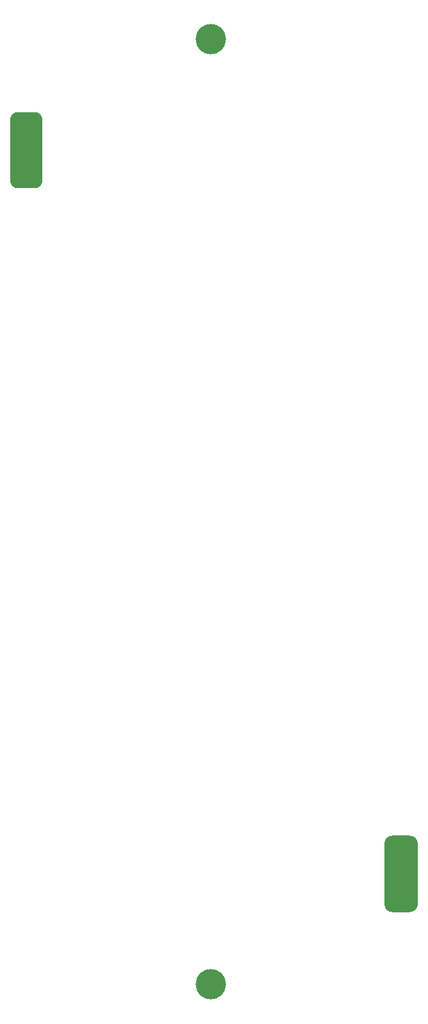
<source format=gbr>
%TF.GenerationSoftware,KiCad,Pcbnew,8.0.6*%
%TF.CreationDate,2025-03-17T23:33:18-06:00*%
%TF.ProjectId,PDU,5044552e-6b69-4636-9164-5f7063625858,rev?*%
%TF.SameCoordinates,Original*%
%TF.FileFunction,Paste,Top*%
%TF.FilePolarity,Positive*%
%FSLAX46Y46*%
G04 Gerber Fmt 4.6, Leading zero omitted, Abs format (unit mm)*
G04 Created by KiCad (PCBNEW 8.0.6) date 2025-03-17 23:33:18*
%MOMM*%
%LPD*%
G01*
G04 APERTURE LIST*
G04 Aperture macros list*
%AMRoundRect*
0 Rectangle with rounded corners*
0 $1 Rounding radius*
0 $2 $3 $4 $5 $6 $7 $8 $9 X,Y pos of 4 corners*
0 Add a 4 corners polygon primitive as box body*
4,1,4,$2,$3,$4,$5,$6,$7,$8,$9,$2,$3,0*
0 Add four circle primitives for the rounded corners*
1,1,$1+$1,$2,$3*
1,1,$1+$1,$4,$5*
1,1,$1+$1,$6,$7*
1,1,$1+$1,$8,$9*
0 Add four rect primitives between the rounded corners*
20,1,$1+$1,$2,$3,$4,$5,0*
20,1,$1+$1,$4,$5,$6,$7,0*
20,1,$1+$1,$6,$7,$8,$9,0*
20,1,$1+$1,$8,$9,$2,$3,0*%
G04 Aperture macros list end*
%ADD10RoundRect,1.075000X-1.075000X-3.954749X1.075000X-3.954749X1.075000X3.954749X-1.075000X3.954749X0*%
%ADD11RoundRect,1.110802X-1.110801X-3.939270X1.110801X-3.939270X1.110801X3.939270X-1.110801X3.939270X0*%
%ADD12C,4.000000*%
G04 APERTURE END LIST*
D10*
%TO.C,M1*%
X102357000Y-50685751D03*
D11*
X151887000Y-146139500D03*
D12*
X126741000Y-36017000D03*
X126741000Y-160758000D03*
%TD*%
M02*

</source>
